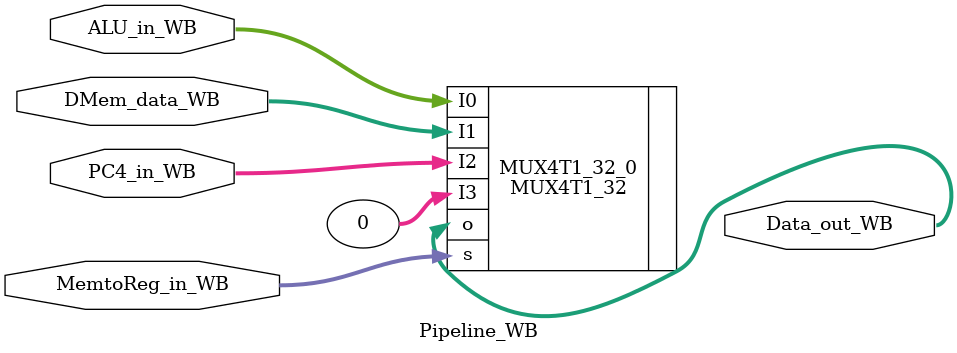
<source format=v>
module Pipeline_WB(
    input [1:0] MemtoReg_in_WB,
    input [31:0] ALU_in_WB,
    input [31:0] DMem_data_WB,
    input [31:0] PC4_in_WB,
    output [31:0] Data_out_WB
);
    
    MUX4T1_32 MUX4T1_32_0(
        .s(MemtoReg_in_WB),     // 选择信号
        .I0(ALU_in_WB),         // 选择0：ALU结果
        .I1(DMem_data_WB),      // 选择1：内存数据
        .I2(PC4_in_WB),         // 选择2：PC+4（用于JAL）
        .I3(32'b0),             // 选择3：保留
        .o(Data_out_WB)         // 输出数据
    );
    
endmodule
</source>
